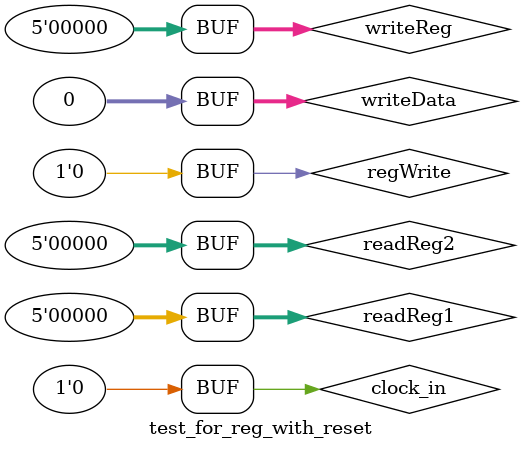
<source format=v>
`timescale 1ns / 1ps


module test_for_reg_with_reset;

	// Inputs
	reg clock_in;
	reg regWrite;
	reg [4:0] readReg1;
	reg [4:0] readReg2;
	reg [4:0] writeReg;
	reg [31:0] writeData;

	// Outputs
	wire [31:0] readData1;
	wire [31:0] readData2;

	// Instantiate the Unit Under Test (UUT)
	Register uut (
		.clock_in(clock_in), 
		.regWrite(regWrite), 
		.readReg1(readReg1), 
		.readReg2(readReg2), 
		.writeReg(writeReg), 
		.writeData(writeData), 
		.readData1(readData1), 
		.readData2(readData2)
	);

	initial begin
		// Initialize Inputs
		clock_in = 0;
		regWrite = 0;
		readReg1 = 0;
		readReg2 = 0;
		writeReg = 0;
		writeData = 0;

		// Wait 100 ns for global reset to finish
		#100;
        
		// Add stimulus here

	end
      
endmodule


</source>
